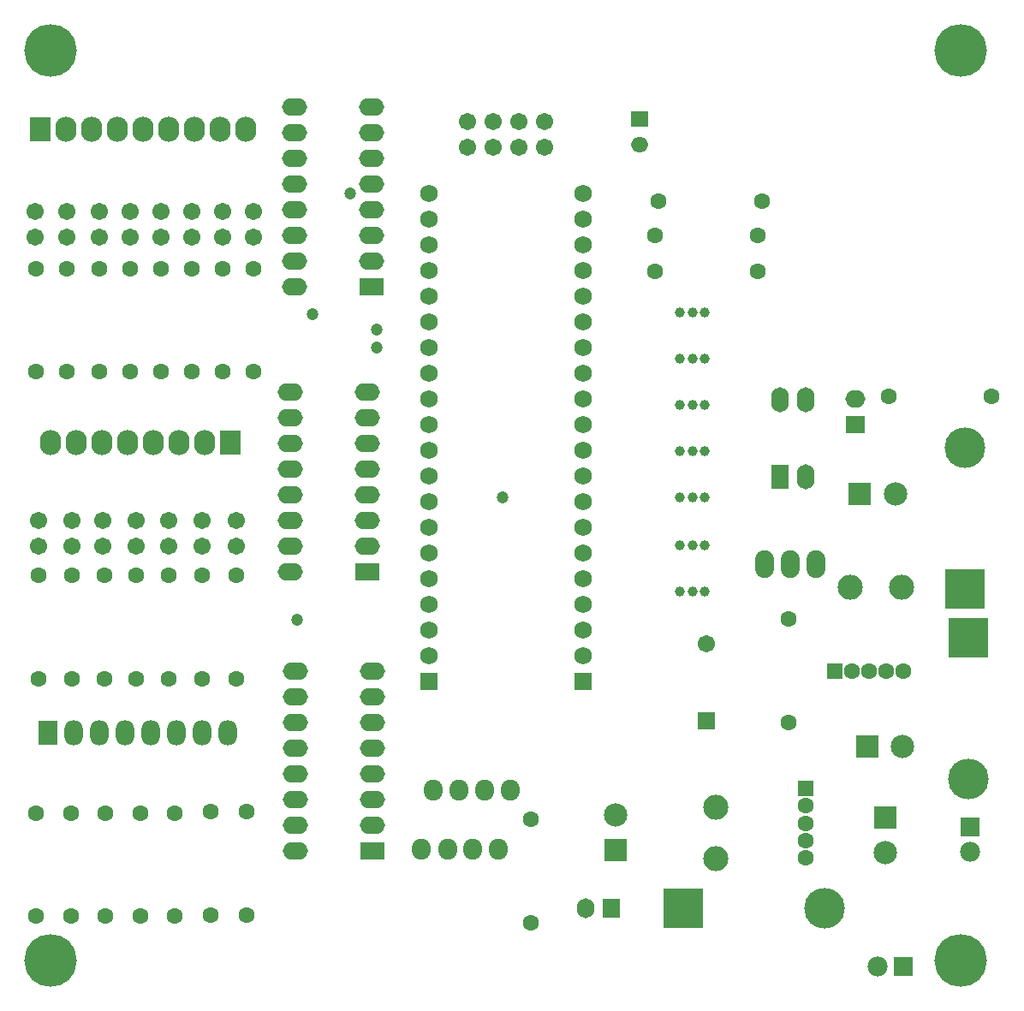
<source format=gts>
G04*
G04 #@! TF.GenerationSoftware,Altium Limited,Altium Designer,21.3.2 (30)*
G04*
G04 Layer_Color=8388736*
%FSTAX24Y24*%
%MOIN*%
G70*
G04*
G04 #@! TF.SameCoordinates,1AC0675F-A7BC-4776-8E39-8DD75055E93B*
G04*
G04*
G04 #@! TF.FilePolarity,Negative*
G04*
G01*
G75*
%ADD18O,0.0730X0.0830*%
%ADD19C,0.0631*%
%ADD20C,0.0671*%
%ADD21C,0.0680*%
%ADD22R,0.0680X0.0680*%
%ADD23R,0.0780X0.0780*%
%ADD24C,0.0780*%
%ADD25R,0.1580X0.1580*%
%ADD26C,0.1580*%
%ADD27R,0.0780X0.0780*%
%ADD28C,0.0907*%
%ADD29R,0.0907X0.0907*%
%ADD30R,0.0671X0.0671*%
%ADD31O,0.0740X0.1080*%
%ADD32C,0.0980*%
%ADD33R,0.0631X0.0631*%
%ADD34R,0.0907X0.0907*%
%ADD35R,0.1580X0.1580*%
%ADD36O,0.0680X0.0780*%
%ADD37R,0.0680X0.0780*%
%ADD38C,0.0395*%
%ADD39R,0.0980X0.0680*%
%ADD40O,0.0980X0.0680*%
%ADD41R,0.0671X0.0592*%
%ADD42O,0.0671X0.0592*%
%ADD43O,0.0680X0.0980*%
%ADD44R,0.0680X0.0980*%
%ADD45O,0.0780X0.0680*%
%ADD46R,0.0780X0.0680*%
%ADD47O,0.0830X0.0980*%
%ADD48R,0.0830X0.0980*%
%ADD49O,0.0730X0.0980*%
%ADD50R,0.0730X0.0980*%
%ADD51R,0.0631X0.0631*%
%ADD52C,0.0474*%
%ADD53C,0.2049*%
D18*
X024299Y008689D02*
D03*
X025309D02*
D03*
X026289D02*
D03*
X027299D02*
D03*
X024749Y010989D02*
D03*
X025759D02*
D03*
X026739D02*
D03*
X027749D02*
D03*
D19*
X028539Y009847D02*
D03*
Y005831D02*
D03*
X042481Y026339D02*
D03*
X046497D02*
D03*
X038589Y017647D02*
D03*
Y013631D02*
D03*
X043059Y015639D02*
D03*
X042389D02*
D03*
X041719D02*
D03*
X041049D02*
D03*
X033381Y031189D02*
D03*
X037397D02*
D03*
Y032589D02*
D03*
X033381D02*
D03*
X037547Y033939D02*
D03*
X033531D02*
D03*
X011939Y019347D02*
D03*
Y015331D02*
D03*
X014439Y019347D02*
D03*
Y015331D02*
D03*
X013189Y019347D02*
D03*
Y015331D02*
D03*
X010489Y027281D02*
D03*
Y031297D02*
D03*
X012939Y027281D02*
D03*
Y031297D02*
D03*
X011739Y027281D02*
D03*
Y031297D02*
D03*
X014139Y027281D02*
D03*
Y031297D02*
D03*
X016539Y027281D02*
D03*
Y031297D02*
D03*
X015339Y027281D02*
D03*
Y031297D02*
D03*
X017739D02*
D03*
Y027281D02*
D03*
X010689Y019347D02*
D03*
Y015331D02*
D03*
X015739Y019347D02*
D03*
Y015331D02*
D03*
X017089Y019347D02*
D03*
Y015331D02*
D03*
X009289Y027281D02*
D03*
Y031297D02*
D03*
Y006081D02*
D03*
Y010097D02*
D03*
X014689Y006081D02*
D03*
Y010097D02*
D03*
X010639Y006081D02*
D03*
Y010097D02*
D03*
X011989Y006081D02*
D03*
Y010097D02*
D03*
X013339Y006081D02*
D03*
Y010097D02*
D03*
X016089Y006131D02*
D03*
Y010147D02*
D03*
X017489Y006131D02*
D03*
Y010147D02*
D03*
X039239Y008369D02*
D03*
Y009039D02*
D03*
Y009709D02*
D03*
Y010379D02*
D03*
X009389Y019347D02*
D03*
Y015331D02*
D03*
D20*
X028074Y036015D02*
D03*
X029074D02*
D03*
X027074D02*
D03*
X026074D02*
D03*
X028074Y037015D02*
D03*
X029074D02*
D03*
X027074D02*
D03*
X026074D02*
D03*
X035389Y016689D02*
D03*
X017089Y020489D02*
D03*
Y021489D02*
D03*
X015739Y020489D02*
D03*
Y021489D02*
D03*
X013189Y020489D02*
D03*
Y021489D02*
D03*
X010689Y020489D02*
D03*
Y021489D02*
D03*
X011889Y020489D02*
D03*
Y021489D02*
D03*
X014439Y020489D02*
D03*
Y021489D02*
D03*
X014139Y032539D02*
D03*
Y033539D02*
D03*
X012939Y032539D02*
D03*
Y033539D02*
D03*
X011739Y032539D02*
D03*
Y033539D02*
D03*
X017739D02*
D03*
Y032539D02*
D03*
X016539Y033539D02*
D03*
Y032539D02*
D03*
X015339D02*
D03*
Y033539D02*
D03*
X010489Y032539D02*
D03*
Y033539D02*
D03*
X009389Y020489D02*
D03*
Y021489D02*
D03*
X009239Y032539D02*
D03*
Y033539D02*
D03*
D21*
X030574Y024224D02*
D03*
Y025224D02*
D03*
Y026224D02*
D03*
Y034224D02*
D03*
Y033224D02*
D03*
Y032224D02*
D03*
Y031224D02*
D03*
Y029224D02*
D03*
Y030224D02*
D03*
Y028224D02*
D03*
Y023224D02*
D03*
Y022224D02*
D03*
Y016224D02*
D03*
Y017224D02*
D03*
Y018224D02*
D03*
Y019224D02*
D03*
Y020224D02*
D03*
Y021224D02*
D03*
X024574Y017224D02*
D03*
Y016224D02*
D03*
Y034224D02*
D03*
Y033224D02*
D03*
Y032224D02*
D03*
Y031224D02*
D03*
Y030224D02*
D03*
Y029224D02*
D03*
Y028224D02*
D03*
Y027224D02*
D03*
Y026224D02*
D03*
Y025224D02*
D03*
Y024224D02*
D03*
Y023224D02*
D03*
Y022224D02*
D03*
Y021224D02*
D03*
Y020224D02*
D03*
Y019224D02*
D03*
Y018224D02*
D03*
X030574Y027224D02*
D03*
D22*
Y015224D02*
D03*
X024574D02*
D03*
D23*
X045639Y009573D02*
D03*
D24*
Y008589D02*
D03*
X042055Y004139D02*
D03*
D25*
X045589Y016939D02*
D03*
X045439Y018839D02*
D03*
D26*
X045589Y011439D02*
D03*
X045439Y024339D02*
D03*
X039989Y006389D02*
D03*
D27*
X043039Y004139D02*
D03*
D28*
X042739Y022539D02*
D03*
X043028Y012689D02*
D03*
X042339Y00855D02*
D03*
X031839Y010028D02*
D03*
D29*
X041361Y022539D02*
D03*
X04165Y012689D02*
D03*
D30*
X035394Y013689D02*
D03*
D31*
X039639Y019789D02*
D03*
X038639D02*
D03*
X037639D02*
D03*
D32*
X042989Y018889D02*
D03*
X040989D02*
D03*
X035739Y008339D02*
D03*
Y010339D02*
D03*
D33*
X040379Y015639D02*
D03*
D34*
X042339Y009928D02*
D03*
X031839Y00865D02*
D03*
D35*
X034489Y006389D02*
D03*
D36*
X030689D02*
D03*
D37*
X031689D02*
D03*
D38*
X034347Y022389D02*
D03*
X034839D02*
D03*
X035331D02*
D03*
X034347Y025989D02*
D03*
X034839D02*
D03*
X035331D02*
D03*
X034347Y029589D02*
D03*
X034839D02*
D03*
X035331D02*
D03*
X034347Y027789D02*
D03*
X034839D02*
D03*
X035331D02*
D03*
X034347Y024189D02*
D03*
X034839D02*
D03*
X035331D02*
D03*
X034347Y020539D02*
D03*
X034839D02*
D03*
X035331D02*
D03*
X034347Y018739D02*
D03*
X034839D02*
D03*
X035331D02*
D03*
D39*
X022189Y019489D02*
D03*
X022339Y030589D02*
D03*
X022389Y008639D02*
D03*
D40*
X022189Y020489D02*
D03*
Y021489D02*
D03*
Y022489D02*
D03*
Y023489D02*
D03*
Y024489D02*
D03*
Y025489D02*
D03*
Y026489D02*
D03*
X019189Y019489D02*
D03*
Y020489D02*
D03*
Y021489D02*
D03*
Y022489D02*
D03*
Y023489D02*
D03*
Y024489D02*
D03*
Y025489D02*
D03*
Y026489D02*
D03*
X022339Y031589D02*
D03*
Y032589D02*
D03*
Y033589D02*
D03*
Y034589D02*
D03*
Y035589D02*
D03*
Y036589D02*
D03*
Y037589D02*
D03*
X019339Y030589D02*
D03*
Y031589D02*
D03*
Y032589D02*
D03*
Y033589D02*
D03*
Y034589D02*
D03*
Y035589D02*
D03*
Y036589D02*
D03*
Y037589D02*
D03*
X022389Y009639D02*
D03*
Y010639D02*
D03*
Y011639D02*
D03*
Y012639D02*
D03*
Y013639D02*
D03*
Y014639D02*
D03*
Y015639D02*
D03*
X019389Y008639D02*
D03*
Y009639D02*
D03*
Y010639D02*
D03*
Y011639D02*
D03*
Y012639D02*
D03*
Y013639D02*
D03*
Y014639D02*
D03*
Y015639D02*
D03*
D41*
X032789Y037139D02*
D03*
D42*
Y036139D02*
D03*
D43*
X038239Y026189D02*
D03*
X039239D02*
D03*
Y023189D02*
D03*
D44*
X038239D02*
D03*
D45*
X041189Y026239D02*
D03*
D46*
Y025239D02*
D03*
D47*
X010839Y024539D02*
D03*
X012839D02*
D03*
X015839D02*
D03*
X014839D02*
D03*
X013839D02*
D03*
X011839D02*
D03*
X009839D02*
D03*
X016439Y036739D02*
D03*
X014439D02*
D03*
X012439D02*
D03*
X011439D02*
D03*
X010439D02*
D03*
X013439D02*
D03*
X015439D02*
D03*
X017439D02*
D03*
D48*
X016839Y024539D02*
D03*
X009439Y036739D02*
D03*
D49*
X015739Y013239D02*
D03*
X013739D02*
D03*
X010739D02*
D03*
X011739D02*
D03*
X012739D02*
D03*
X014739D02*
D03*
X016739D02*
D03*
D50*
X009739D02*
D03*
D51*
X039239Y011049D02*
D03*
D52*
X022536Y028224D02*
D03*
X022539Y028939D02*
D03*
X02153Y03424D02*
D03*
X02745Y0224D02*
D03*
X01944Y01763D02*
D03*
X02005Y02953D02*
D03*
D53*
X045291Y004357D02*
D03*
Y039791D02*
D03*
X009857D02*
D03*
Y004357D02*
D03*
M02*

</source>
